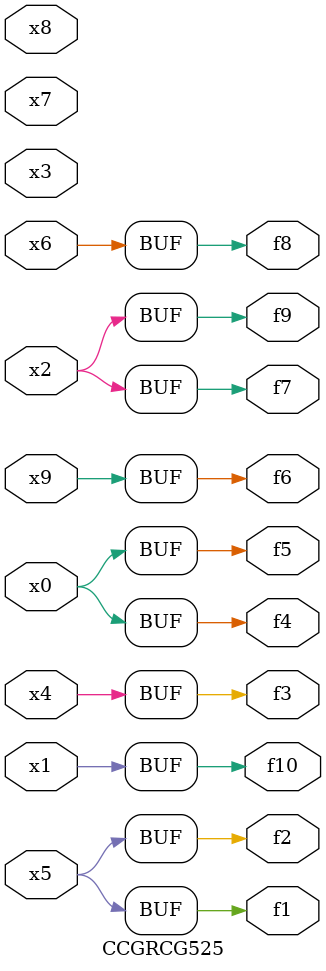
<source format=v>
module CCGRCG525(
	input x0, x1, x2, x3, x4, x5, x6, x7, x8, x9,
	output f1, f2, f3, f4, f5, f6, f7, f8, f9, f10
);
	assign f1 = x5;
	assign f2 = x5;
	assign f3 = x4;
	assign f4 = x0;
	assign f5 = x0;
	assign f6 = x9;
	assign f7 = x2;
	assign f8 = x6;
	assign f9 = x2;
	assign f10 = x1;
endmodule

</source>
